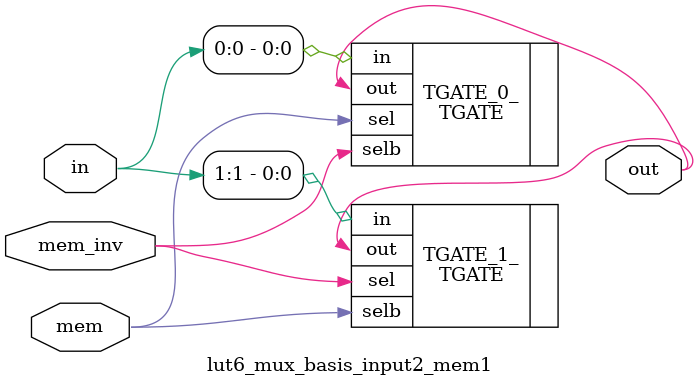
<source format=v>
`timescale 1ns / 1ps

`default_nettype none

// ----- Verilog module for mux_2level_tapbuf_basis_input2_mem1 -----
module mux_2level_tapbuf_basis_input2_mem1(in,
                                           mem,
                                           mem_inv,
                                           out);
//----- INPUT PORTS -----
input [0:1] in;
//----- INPUT PORTS -----
input [0:0] mem;
//----- INPUT PORTS -----
input [0:0] mem_inv;
//----- OUTPUT PORTS -----
output [0:0] out;

//----- BEGIN wire-connection ports -----
//----- END wire-connection ports -----


//----- BEGIN Registered ports -----
//----- END Registered ports -----



// ----- BEGIN Local short connections -----
// ----- END Local short connections -----
// ----- BEGIN Local output short connections -----
// ----- END Local output short connections -----

	TGATE TGATE_0_ (
		.in(in[0]),
		.sel(mem),
		.selb(mem_inv),
		.out(out));

	TGATE TGATE_1_ (
		.in(in[1]),
		.sel(mem_inv),
		.selb(mem),
		.out(out));

endmodule
// ----- END Verilog module for mux_2level_tapbuf_basis_input2_mem1 -----

//----- Default net type -----
`default_nettype none




//----- Default net type -----
`default_nettype none

// ----- Verilog module for mux_2level_tapbuf_basis_input4_mem4 -----
module mux_2level_tapbuf_basis_input4_mem4(in,
                                           mem,
                                           mem_inv,
                                           out);
//----- INPUT PORTS -----
input [0:3] in;
//----- INPUT PORTS -----
input [0:3] mem;
//----- INPUT PORTS -----
input [0:3] mem_inv;
//----- OUTPUT PORTS -----
output [0:0] out;

//----- BEGIN wire-connection ports -----
//----- END wire-connection ports -----


//----- BEGIN Registered ports -----
//----- END Registered ports -----



// ----- BEGIN Local short connections -----
// ----- END Local short connections -----
// ----- BEGIN Local output short connections -----
// ----- END Local output short connections -----

	TGATE TGATE_0_ (
		.in(in[0]),
		.sel(mem[0]),
		.selb(mem_inv[0]),
		.out(out));

	TGATE TGATE_1_ (
		.in(in[1]),
		.sel(mem[1]),
		.selb(mem_inv[1]),
		.out(out));

	TGATE TGATE_2_ (
		.in(in[2]),
		.sel(mem[2]),
		.selb(mem_inv[2]),
		.out(out));

	TGATE TGATE_3_ (
		.in(in[3]),
		.sel(mem[3]),
		.selb(mem_inv[3]),
		.out(out));

endmodule
// ----- END Verilog module for mux_2level_tapbuf_basis_input4_mem4 -----

//----- Default net type -----
`default_nettype none




//----- Default net type -----
`default_nettype none

// ----- Verilog module for mux_2level_tapbuf_basis_input2_mem2 -----
module mux_2level_tapbuf_basis_input2_mem2(in,
                                           mem,
                                           mem_inv,
                                           out);
//----- INPUT PORTS -----
input [0:1] in;
//----- INPUT PORTS -----
input [0:1] mem;
//----- INPUT PORTS -----
input [0:1] mem_inv;
//----- OUTPUT PORTS -----
output [0:0] out;

//----- BEGIN wire-connection ports -----
//----- END wire-connection ports -----


//----- BEGIN Registered ports -----
//----- END Registered ports -----



// ----- BEGIN Local short connections -----
// ----- END Local short connections -----
// ----- BEGIN Local output short connections -----
// ----- END Local output short connections -----

	TGATE TGATE_0_ (
		.in(in[0]),
		.sel(mem[0]),
		.selb(mem_inv[0]),
		.out(out));

	TGATE TGATE_1_ (
		.in(in[1]),
		.sel(mem[1]),
		.selb(mem_inv[1]),
		.out(out));

endmodule
// ----- END Verilog module for mux_2level_tapbuf_basis_input2_mem2 -----

//----- Default net type -----
`default_nettype none




//----- Default net type -----
`default_nettype none

// ----- Verilog module for mux_2level_tapbuf_basis_input3_mem3 -----
module mux_2level_tapbuf_basis_input3_mem3(in,
                                           mem,
                                           mem_inv,
                                           out);
//----- INPUT PORTS -----
input [0:2] in;
//----- INPUT PORTS -----
input [0:2] mem;
//----- INPUT PORTS -----
input [0:2] mem_inv;
//----- OUTPUT PORTS -----
output [0:0] out;

//----- BEGIN wire-connection ports -----
//----- END wire-connection ports -----


//----- BEGIN Registered ports -----
//----- END Registered ports -----



// ----- BEGIN Local short connections -----
// ----- END Local short connections -----
// ----- BEGIN Local output short connections -----
// ----- END Local output short connections -----

	TGATE TGATE_0_ (
		.in(in[0]),
		.sel(mem[0]),
		.selb(mem_inv[0]),
		.out(out));

	TGATE TGATE_1_ (
		.in(in[1]),
		.sel(mem[1]),
		.selb(mem_inv[1]),
		.out(out));

	TGATE TGATE_2_ (
		.in(in[2]),
		.sel(mem[2]),
		.selb(mem_inv[2]),
		.out(out));

endmodule
// ----- END Verilog module for mux_2level_tapbuf_basis_input3_mem3 -----

//----- Default net type -----
`default_nettype none




//----- Default net type -----
`default_nettype none

// ----- Verilog module for mux_2level_basis_input8_mem8 -----
module mux_2level_basis_input8_mem8(in,
                                    mem,
                                    mem_inv,
                                    out);
//----- INPUT PORTS -----
input [0:7] in;
//----- INPUT PORTS -----
input [0:7] mem;
//----- INPUT PORTS -----
input [0:7] mem_inv;
//----- OUTPUT PORTS -----
output [0:0] out;

//----- BEGIN wire-connection ports -----
//----- END wire-connection ports -----


//----- BEGIN Registered ports -----
//----- END Registered ports -----



// ----- BEGIN Local short connections -----
// ----- END Local short connections -----
// ----- BEGIN Local output short connections -----
// ----- END Local output short connections -----

	TGATE TGATE_0_ (
		.in(in[0]),
		.sel(mem[0]),
		.selb(mem_inv[0]),
		.out(out));

	TGATE TGATE_1_ (
		.in(in[1]),
		.sel(mem[1]),
		.selb(mem_inv[1]),
		.out(out));

	TGATE TGATE_2_ (
		.in(in[2]),
		.sel(mem[2]),
		.selb(mem_inv[2]),
		.out(out));

	TGATE TGATE_3_ (
		.in(in[3]),
		.sel(mem[3]),
		.selb(mem_inv[3]),
		.out(out));

	TGATE TGATE_4_ (
		.in(in[4]),
		.sel(mem[4]),
		.selb(mem_inv[4]),
		.out(out));

	TGATE TGATE_5_ (
		.in(in[5]),
		.sel(mem[5]),
		.selb(mem_inv[5]),
		.out(out));

	TGATE TGATE_6_ (
		.in(in[6]),
		.sel(mem[6]),
		.selb(mem_inv[6]),
		.out(out));

	TGATE TGATE_7_ (
		.in(in[7]),
		.sel(mem[7]),
		.selb(mem_inv[7]),
		.out(out));

endmodule
// ----- END Verilog module for mux_2level_basis_input8_mem8 -----

//----- Default net type -----
`default_nettype none




//----- Default net type -----
`default_nettype none

// ----- Verilog module for mux_2level_basis_input2_mem2 -----
module mux_2level_basis_input2_mem2(in,
                                    mem,
                                    mem_inv,
                                    out);
//----- INPUT PORTS -----
input [0:1] in;
//----- INPUT PORTS -----
input [0:1] mem;
//----- INPUT PORTS -----
input [0:1] mem_inv;
//----- OUTPUT PORTS -----
output [0:0] out;

//----- BEGIN wire-connection ports -----
//----- END wire-connection ports -----


//----- BEGIN Registered ports -----
//----- END Registered ports -----



// ----- BEGIN Local short connections -----
// ----- END Local short connections -----
// ----- BEGIN Local output short connections -----
// ----- END Local output short connections -----

	TGATE TGATE_0_ (
		.in(in[0]),
		.sel(mem[0]),
		.selb(mem_inv[0]),
		.out(out));

	TGATE TGATE_1_ (
		.in(in[1]),
		.sel(mem[1]),
		.selb(mem_inv[1]),
		.out(out));

endmodule
// ----- END Verilog module for mux_2level_basis_input2_mem2 -----

//----- Default net type -----
`default_nettype none




//----- Default net type -----
`default_nettype none

// ----- Verilog module for mux_1level_tapbuf_basis_input3_mem3 -----
module mux_1level_tapbuf_basis_input3_mem3(in,
                                           mem,
                                           mem_inv,
                                           out);
//----- INPUT PORTS -----
input [0:2] in;
//----- INPUT PORTS -----
input [0:2] mem;
//----- INPUT PORTS -----
input [0:2] mem_inv;
//----- OUTPUT PORTS -----
output [0:0] out;

//----- BEGIN wire-connection ports -----
//----- END wire-connection ports -----


//----- BEGIN Registered ports -----
//----- END Registered ports -----



// ----- BEGIN Local short connections -----
// ----- END Local short connections -----
// ----- BEGIN Local output short connections -----
// ----- END Local output short connections -----

	TGATE TGATE_0_ (
		.in(in[0]),
		.sel(mem[0]),
		.selb(mem_inv[0]),
		.out(out));

	TGATE TGATE_1_ (
		.in(in[1]),
		.sel(mem[1]),
		.selb(mem_inv[1]),
		.out(out));

	TGATE TGATE_2_ (
		.in(in[2]),
		.sel(mem[2]),
		.selb(mem_inv[2]),
		.out(out));

endmodule
// ----- END Verilog module for mux_1level_tapbuf_basis_input3_mem3 -----

//----- Default net type -----
`default_nettype none




//----- Default net type -----
`default_nettype none

// ----- Verilog module for lut6_mux_basis_input2_mem1 -----
module lut6_mux_basis_input2_mem1(in,
                                  mem,
                                  mem_inv,
                                  out);
//----- INPUT PORTS -----
input [0:1] in;
//----- INPUT PORTS -----
input [0:0] mem;
//----- INPUT PORTS -----
input [0:0] mem_inv;
//----- OUTPUT PORTS -----
output [0:0] out;

//----- BEGIN wire-connection ports -----
//----- END wire-connection ports -----


//----- BEGIN Registered ports -----
//----- END Registered ports -----



// ----- BEGIN Local short connections -----
// ----- END Local short connections -----
// ----- BEGIN Local output short connections -----
// ----- END Local output short connections -----

	TGATE TGATE_0_ (
		.in(in[0]),
		.sel(mem),
		.selb(mem_inv),
		.out(out));

	TGATE TGATE_1_ (
		.in(in[1]),
		.sel(mem_inv),
		.selb(mem),
		.out(out));

endmodule
// ----- END Verilog module for lut6_mux_basis_input2_mem1 -----

//----- Default net type -----
`default_nettype none





</source>
